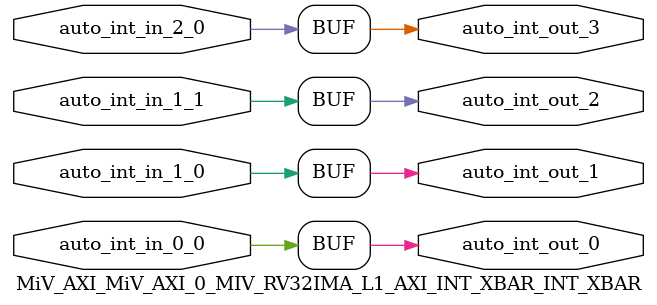
<source format=v>
`ifndef RANDOMIZE_REG_INIT 
	 `define RANDOMIZE_REG_INIT 
 `endif
`ifndef RANDOMIZE_MEM_INIT 
	 `define RANDOMIZE_MEM_INIT 
 `endif
`ifndef RANDOMIZE 
	 `define RANDOMIZE 
`endif

`timescale 1ns/10ps
module MiV_AXI_MiV_AXI_0_MIV_RV32IMA_L1_AXI_INT_XBAR_INT_XBAR( // @[:freechips.rocketchip.system.MivRV32ImaL1AhbConfig.fir@100183.2]
  input   auto_int_in_2_0, // @[:freechips.rocketchip.system.MivRV32ImaL1AhbConfig.fir@100186.4]
  input   auto_int_in_1_0, // @[:freechips.rocketchip.system.MivRV32ImaL1AhbConfig.fir@100186.4]
  input   auto_int_in_1_1, // @[:freechips.rocketchip.system.MivRV32ImaL1AhbConfig.fir@100186.4]
  input   auto_int_in_0_0, // @[:freechips.rocketchip.system.MivRV32ImaL1AhbConfig.fir@100186.4]
  output  auto_int_out_0, // @[:freechips.rocketchip.system.MivRV32ImaL1AhbConfig.fir@100186.4]
  output  auto_int_out_1, // @[:freechips.rocketchip.system.MivRV32ImaL1AhbConfig.fir@100186.4]
  output  auto_int_out_2, // @[:freechips.rocketchip.system.MivRV32ImaL1AhbConfig.fir@100186.4]
  output  auto_int_out_3 // @[:freechips.rocketchip.system.MivRV32ImaL1AhbConfig.fir@100186.4]
);
  assign auto_int_out_0 = auto_int_in_0_0;
  assign auto_int_out_1 = auto_int_in_1_0;
  assign auto_int_out_2 = auto_int_in_1_1;
  assign auto_int_out_3 = auto_int_in_2_0;
endmodule

</source>
